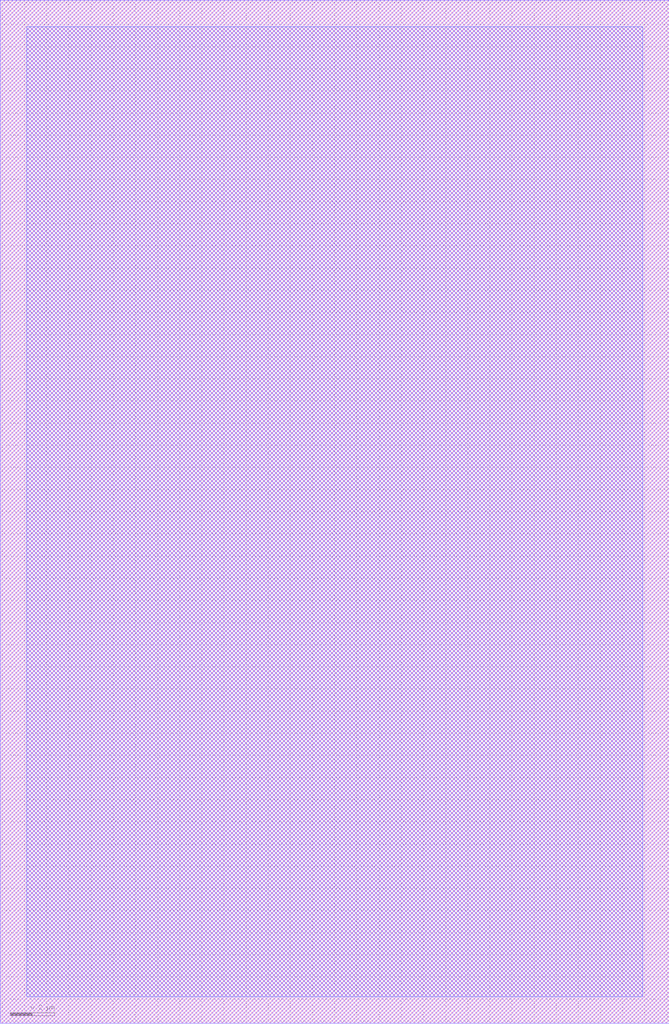
<source format=lef>
# Copyright 2020 The SkyWater PDK Authors
#
# Licensed under the Apache License, Version 2.0 (the "License");
# you may not use this file except in compliance with the License.
# You may obtain a copy of the License at
#
#     https://www.apache.org/licenses/LICENSE-2.0
#
# Unless required by applicable law or agreed to in writing, software
# distributed under the License is distributed on an "AS IS" BASIS,
# WITHOUT WARRANTIES OR CONDITIONS OF ANY KIND, either express or implied.
# See the License for the specific language governing permissions and
# limitations under the License.
#
# SPDX-License-Identifier: Apache-2.0

VERSION 5.7 ;
  NOWIREEXTENSIONATPIN ON ;
  DIVIDERCHAR "/" ;
  BUSBITCHARS "[]" ;
MACRO sky130_fd_pr__rf_sh_auvia__example_182065196
  CLASS BLOCK ;
  FOREIGN sky130_fd_pr__rf_sh_auvia__example_182065196 ;
  ORIGIN  1.510000  2.310000 ;
  SIZE  3.020000 BY  4.620000 ;
  OBS
    LAYER met4 ;
      RECT -1.510000 -2.310000 1.510000 2.310000 ;
    LAYER met5 ;
      RECT -1.510000 -2.310000 1.510000 2.310000 ;
    LAYER via4 ;
      RECT -1.390000 -2.190000 1.390000 2.190000 ;
  END
END sky130_fd_pr__rf_sh_auvia__example_182065196
END LIBRARY

</source>
